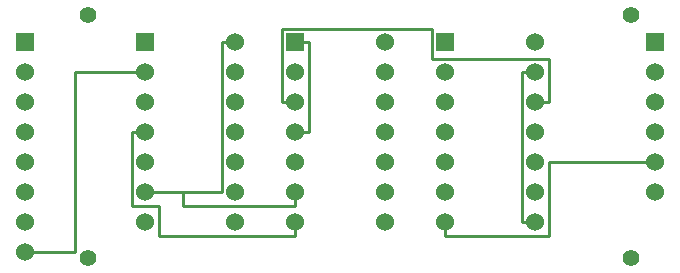
<source format=gbr>
G04 start of page 7 for group 5 idx 5 *
G04 Title: (unknown), bottom *
G04 Creator: pcb 4.2.2 *
G04 CreationDate: Sun May  5 21:26:13 2024 UTC *
G04 For: steve *
G04 Format: Gerber/RS-274X *
G04 PCB-Dimensions (mil): 2500.00 1000.00 *
G04 PCB-Coordinate-Origin: lower left *
%MOIN*%
%FSLAX25Y25*%
%LNBOTTOM*%
%ADD48C,0.0280*%
%ADD47C,0.0380*%
%ADD46C,0.0300*%
%ADD45C,0.0560*%
%ADD44C,0.0600*%
%ADD43C,0.0001*%
%ADD42C,0.0100*%
G54D42*X110000Y20000D02*Y15500D01*
X110000Y15500D02*X64500D01*
X72750Y30000D02*Y25500D01*
X110000Y25500D02*X72750D01*
X110000Y30000D02*Y25500D01*
X85500Y30000D02*X60000D01*
X194500Y15500D02*X160000D01*
X36700Y10000D02*X20000D01*
X64500Y25500D02*Y15500D01*
X64500Y25500D02*X55500D01*
Y50000D02*Y25500D01*
X60000Y50000D02*X55500D01*
X36700Y70000D02*Y10000D01*
X60000Y70000D02*X36700D01*
X110000Y60000D02*X105500D01*
X114500Y80000D02*Y50000D01*
X114500Y50000D02*X110000D01*
X105500Y84500D02*Y60000D01*
X85500Y80000D02*Y30000D01*
X90000Y80000D02*X85500D01*
X155500Y84500D02*X105500D01*
X155500D02*Y74500D01*
X194500Y74500D02*X155500D01*
X194500D02*Y60000D01*
X194500Y60000D02*X190000D01*
X114500Y80000D02*X110000D01*
X230000Y40000D02*X194500D01*
Y15500D01*
X160000Y20000D02*Y15500D01*
X190000Y20000D02*X185500D01*
Y70000D02*Y20000D01*
X190000Y70000D02*X185500D01*
G54D43*G36*
X227000Y83000D02*Y77000D01*
X233000D01*
Y83000D01*
X227000D01*
G37*
G54D44*X230000Y70000D03*
Y60000D03*
Y50000D03*
Y40000D03*
Y30000D03*
X20000Y50000D03*
Y40000D03*
Y30000D03*
Y20000D03*
G54D43*G36*
X17000Y83000D02*Y77000D01*
X23000D01*
Y83000D01*
X17000D01*
G37*
G54D44*X20000Y70000D03*
Y60000D03*
Y10000D03*
G54D43*G36*
X57000Y83000D02*Y77000D01*
X63000D01*
Y83000D01*
X57000D01*
G37*
G54D44*X60000Y70000D03*
Y60000D03*
Y50000D03*
X90000D03*
Y60000D03*
Y70000D03*
Y80000D03*
G54D43*G36*
X107000Y83000D02*Y77000D01*
X113000D01*
Y83000D01*
X107000D01*
G37*
G54D44*X110000Y70000D03*
X60000Y40000D03*
X90000D03*
X140000D03*
Y50000D03*
X60000Y30000D03*
Y20000D03*
X90000D03*
Y30000D03*
X140000Y20000D03*
Y30000D03*
X110000Y50000D03*
Y40000D03*
Y30000D03*
Y20000D03*
X190000D03*
Y30000D03*
Y40000D03*
Y50000D03*
Y60000D03*
Y70000D03*
Y80000D03*
X110000Y60000D03*
X140000D03*
Y70000D03*
Y80000D03*
G54D43*G36*
X157000Y83000D02*Y77000D01*
X163000D01*
Y83000D01*
X157000D01*
G37*
G54D44*X160000Y70000D03*
Y60000D03*
Y50000D03*
Y40000D03*
Y30000D03*
Y20000D03*
G54D45*X41000Y89000D03*
Y8000D03*
X222000D03*
Y89000D03*
G54D46*G54D47*G54D48*M02*

</source>
